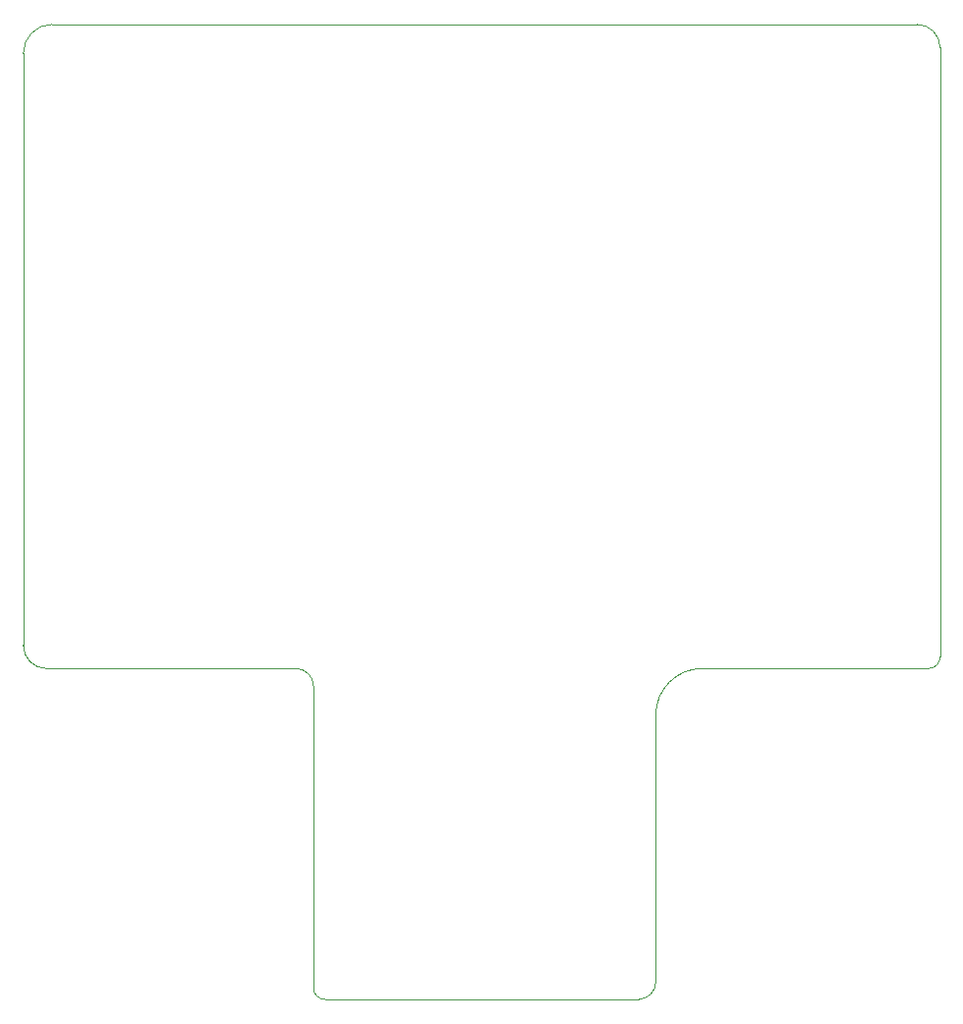
<source format=gm1>
G04 #@! TF.GenerationSoftware,KiCad,Pcbnew,8.0.8*
G04 #@! TF.CreationDate,2025-02-11T14:36:37+01:00*
G04 #@! TF.ProjectId,dmp,646d702e-6b69-4636-9164-5f7063625858,rev?*
G04 #@! TF.SameCoordinates,Original*
G04 #@! TF.FileFunction,Profile,NP*
%FSLAX46Y46*%
G04 Gerber Fmt 4.6, Leading zero omitted, Abs format (unit mm)*
G04 Created by KiCad (PCBNEW 8.0.8) date 2025-02-11 14:36:37*
%MOMM*%
%LPD*%
G01*
G04 APERTURE LIST*
G04 #@! TA.AperFunction,Profile*
%ADD10C,0.050000*%
G04 #@! TD*
G04 APERTURE END LIST*
D10*
X165500000Y-70000000D02*
G75*
G02*
X167500000Y-72000000I0J-2000000D01*
G01*
X90500000Y-125500000D02*
G75*
G02*
X88500000Y-123500000I0J2000000D01*
G01*
X114500000Y-154000000D02*
X141500000Y-154000000D01*
X112000000Y-125500000D02*
G75*
G02*
X113500000Y-127000000I0J-1500000D01*
G01*
X113500000Y-127000000D02*
X113500000Y-153000000D01*
X167500000Y-124500000D02*
G75*
G02*
X166500000Y-125500000I-1000000J0D01*
G01*
X143000000Y-129500000D02*
G75*
G02*
X147000000Y-125500000I4000000J0D01*
G01*
X165500000Y-70000000D02*
X91000000Y-70000000D01*
X166500000Y-125500000D02*
X147000000Y-125500000D01*
X88500000Y-72500000D02*
G75*
G02*
X91000000Y-70000000I2500000J0D01*
G01*
X114500000Y-154000000D02*
G75*
G02*
X113500000Y-153000000I0J1000000D01*
G01*
X167500000Y-124500000D02*
X167500000Y-72000000D01*
X90500000Y-125500000D02*
X112000000Y-125500000D01*
X143000000Y-152500000D02*
X143000000Y-129500000D01*
X88500000Y-72500000D02*
X88500000Y-123500000D01*
X143000000Y-152500000D02*
G75*
G02*
X141500000Y-154000000I-1500000J0D01*
G01*
M02*

</source>
